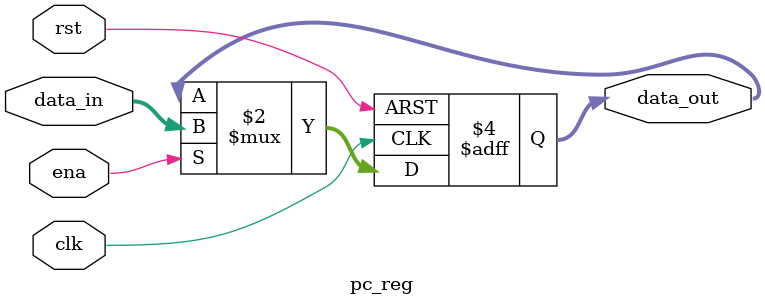
<source format=v>
`timescale 1ns / 1ps
/*module pc_reg(
    input clk, // 1 Î»ÊäÈë£¬¼Ä´æÆ÷Ê±ÖÓÐÅºÅ£¬ÉÏÉýÑØÊ±ÎªPC¼Ä´æÆ÷¸³Öµ
    input rst, // 1 Î»ÊäÈë£¬ÖØÖÃÐÅºÅ£¬¸ßµçÆ½Ê±½«PC ¼Ä´æÆ÷ÇåÁã
    input [31 : 0] data_in, // 31 Î»ÊäÈë£¬ÊäÈëÊý¾Ý½«±»´æÈë¼Ä´æÆ÷ÄÚ²¿
    output reg [31 : 0] data_out // 31 Î»Êä³ö£¬¹¤×÷Ê±Ê¼ÖÕÊä³öPC ¼Ä´æÆ÷ÄÚ²¿´æ´¢µÄÖµ
    );
always@(posedge rst or posedge clk)
    if(rst) data_out <= 0;
	 else  data_out <= data_in;
endmodule*/
module pc_reg(
    input clk, // 1 Î»ÊäÈë£¬¼Ä´æÆ÷Ê±ÖÓÐÅºÅ£¬ÉÏÉýÑØÊ±ÎªPC¼Ä´æÆ÷¸³Öµ
    input rst, // 1 Î»ÊäÈë£¬ÖØÖÃÐÅºÅ£¬¸ßµçÆ½Ê±½«PC ¼Ä´æÆ÷ÇåÁã
               // ×¢£ºµ±ena ÐÅºÅÎÞÐ§Ê±£¬rst Ò²¿ÉÒÔÖØÖÃ¼Ä´æÆ÷
    input ena, // 1 Î»ÊäÈë,ÓÐÐ§ÐÅºÅ¸ßµçÆ½Ê±PC ¼Ä´æÆ÷¹¤¶ÁÈëdata_in µÄÖµ£¬·ñÔò±£³ÖÔ­ÓÐÊä³ö
    input [31 : 0] data_in, // 31 Î»ÊäÈë£¬ÊäÈëÊý¾Ý½«±»´æÈë¼Ä´æÆ÷ÄÚ²¿
    output reg [31 : 0] data_out // 31 Î»Êä³ö£¬¹¤×÷Ê±Ê¼ÖÕÊä³öPC ¼Ä´æÆ÷ÄÚ²¿´æ´¢µÄÖµ
    );
always@(posedge clk or posedge rst)
    if(rst) data_out <= 0;
	 else if(ena) data_out <= data_in;
endmodule 
</source>
